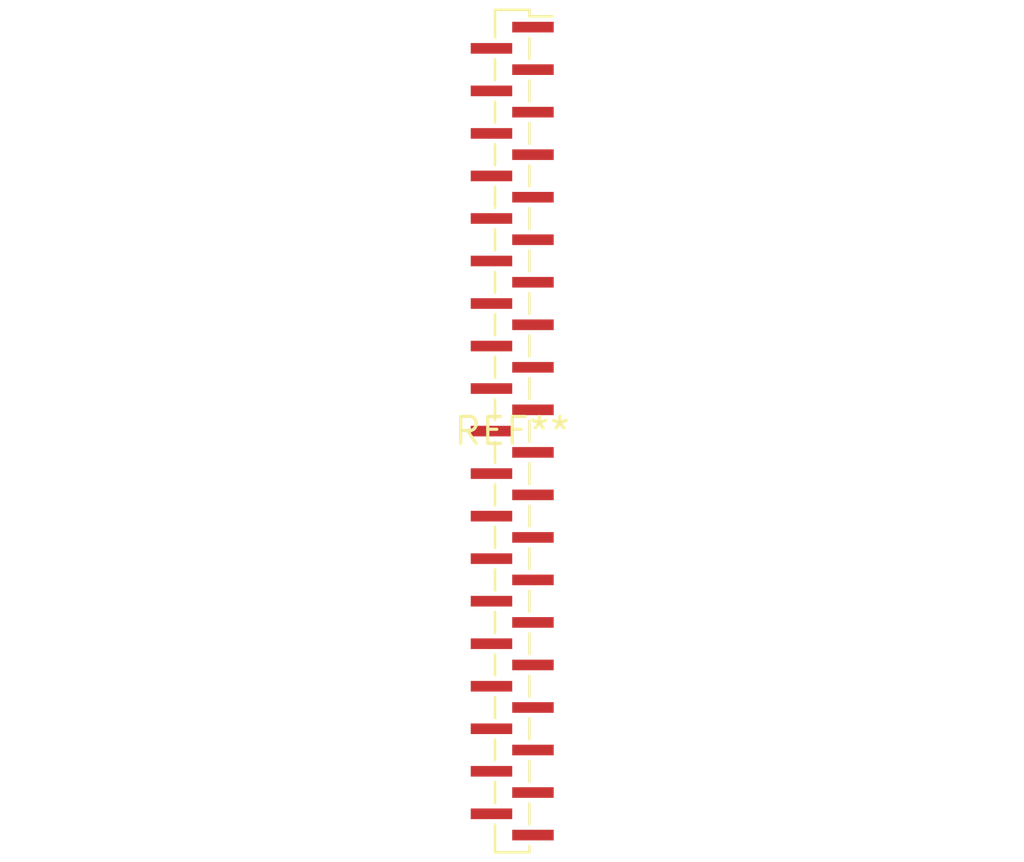
<source format=kicad_pcb>
(kicad_pcb (version 20240108) (generator pcbnew)
  (layers (0 "F.Cu" signal) (31 "B.Cu" signal) (34 "B.Paste" user) (35 "F.Paste" user) (36 "B.SilkS" user "B.Silkscreen") (37 "F.SilkS" user "F.Silkscreen") (38 "B.Mask" user) (39 "F.Mask" user) (44 "Edge.Cuts" user))
  (net 0 "")
  (footprint "PinSocket_1x39_P1.00mm_Vertical_SMD_Pin1Right" (layer "F.Cu") (at 0 0)
    (property "Reference" "REF**")
    (property "Value" "PinSocket_1x39_P1.00mm_Vertical_SMD_Pin1Right")
    (fp_line (start -0.81 -19.81) (end -0.81 -18.51) (layer "F.SilkS") (stroke (width 0.12)))
    (fp_line (start -0.81 -19.81) (end 0.81 -19.81) (layer "F.SilkS") (stroke (width 0.12)))
    (fp_line (start -0.81 -17.49) (end -0.81 -16.51) (layer "F.SilkS") (stroke (width 0.12)))
    (fp_line (start -0.81 -15.49) (end -0.81 -14.51) (layer "F.SilkS") (stroke (width 0.12)))
    (fp_line (start -0.81 -13.49) (end -0.81 -12.51) (layer "F.SilkS") (stroke (width 0.12)))
    (fp_line (start -0.81 -11.49) (end -0.81 -10.51) (layer "F.SilkS") (stroke (width 0.12)))
    (fp_line (start -0.81 -9.49) (end -0.81 -8.51) (layer "F.SilkS") (stroke (width 0.12)))
    (fp_line (start -0.81 -7.49) (end -0.81 -6.51) (layer "F.SilkS") (stroke (width 0.12)))
    (fp_line (start -0.81 -5.49) (end -0.81 -4.51) (layer "F.SilkS") (stroke (width 0.12)))
    (fp_line (start -0.81 -3.49) (end -0.81 -2.51) (layer "F.SilkS") (stroke (width 0.12)))
    (fp_line (start -0.81 -1.49) (end -0.81 -0.51) (layer "F.SilkS") (stroke (width 0.12)))
    (fp_line (start -0.81 0.51) (end -0.81 1.49) (layer "F.SilkS") (stroke (width 0.12)))
    (fp_line (start -0.81 2.51) (end -0.81 3.49) (layer "F.SilkS") (stroke (width 0.12)))
    (fp_line (start -0.81 4.51) (end -0.81 5.49) (layer "F.SilkS") (stroke (width 0.12)))
    (fp_line (start -0.81 6.51) (end -0.81 7.49) (layer "F.SilkS") (stroke (width 0.12)))
    (fp_line (start -0.81 8.51) (end -0.81 9.49) (layer "F.SilkS") (stroke (width 0.12)))
    (fp_line (start -0.81 10.51) (end -0.81 11.49) (layer "F.SilkS") (stroke (width 0.12)))
    (fp_line (start -0.81 12.51) (end -0.81 13.49) (layer "F.SilkS") (stroke (width 0.12)))
    (fp_line (start -0.81 14.51) (end -0.81 15.49) (layer "F.SilkS") (stroke (width 0.12)))
    (fp_line (start -0.81 16.51) (end -0.81 17.49) (layer "F.SilkS") (stroke (width 0.12)))
    (fp_line (start -0.81 18.51) (end -0.81 19.81) (layer "F.SilkS") (stroke (width 0.12)))
    (fp_line (start -0.81 19.81) (end 0.81 19.81) (layer "F.SilkS") (stroke (width 0.12)))
    (fp_line (start 0.81 -19.81) (end 0.81 -19.51) (layer "F.SilkS") (stroke (width 0.12)))
    (fp_line (start 0.81 -19.51) (end 1.89 -19.51) (layer "F.SilkS") (stroke (width 0.12)))
    (fp_line (start 0.81 -18.49) (end 0.81 -17.51) (layer "F.SilkS") (stroke (width 0.12)))
    (fp_line (start 0.81 -16.49) (end 0.81 -15.51) (layer "F.SilkS") (stroke (width 0.12)))
    (fp_line (start 0.81 -14.49) (end 0.81 -13.51) (layer "F.SilkS") (stroke (width 0.12)))
    (fp_line (start 0.81 -12.49) (end 0.81 -11.51) (layer "F.SilkS") (stroke (width 0.12)))
    (fp_line (start 0.81 -10.49) (end 0.81 -9.51) (layer "F.SilkS") (stroke (width 0.12)))
    (fp_line (start 0.81 -8.49) (end 0.81 -7.51) (layer "F.SilkS") (stroke (width 0.12)))
    (fp_line (start 0.81 -6.49) (end 0.81 -5.51) (layer "F.SilkS") (stroke (width 0.12)))
    (fp_line (start 0.81 -4.49) (end 0.81 -3.51) (layer "F.SilkS") (stroke (width 0.12)))
    (fp_line (start 0.81 -2.49) (end 0.81 -1.51) (layer "F.SilkS") (stroke (width 0.12)))
    (fp_line (start 0.81 -0.49) (end 0.81 0.49) (layer "F.SilkS") (stroke (width 0.12)))
    (fp_line (start 0.81 1.51) (end 0.81 2.49) (layer "F.SilkS") (stroke (width 0.12)))
    (fp_line (start 0.81 3.51) (end 0.81 4.49) (layer "F.SilkS") (stroke (width 0.12)))
    (fp_line (start 0.81 5.51) (end 0.81 6.49) (layer "F.SilkS") (stroke (width 0.12)))
    (fp_line (start 0.81 7.51) (end 0.81 8.49) (layer "F.SilkS") (stroke (width 0.12)))
    (fp_line (start 0.81 9.51) (end 0.81 10.49) (layer "F.SilkS") (stroke (width 0.12)))
    (fp_line (start 0.81 11.51) (end 0.81 12.49) (layer "F.SilkS") (stroke (width 0.12)))
    (fp_line (start 0.81 13.51) (end 0.81 14.49) (layer "F.SilkS") (stroke (width 0.12)))
    (fp_line (start 0.81 15.51) (end 0.81 16.49) (layer "F.SilkS") (stroke (width 0.12)))
    (fp_line (start 0.81 17.51) (end 0.81 18.49) (layer "F.SilkS") (stroke (width 0.12)))
    (fp_line (start 0.81 19.51) (end 0.81 19.81) (layer "F.SilkS") (stroke (width 0.12)))
    (pad "1" smd rect (at 0.975 -19) (size 1.95 0.5) (layers "F.Cu" "F.Paste" "F.Mask"))
    (pad "2" smd rect (at -0.975 -18) (size 1.95 0.5) (layers "F.Cu" "F.Paste" "F.Mask"))
    (pad "3" smd rect (at 0.975 -17) (size 1.95 0.5) (layers "F.Cu" "F.Paste" "F.Mask"))
    (pad "4" smd rect (at -0.975 -16) (size 1.95 0.5) (layers "F.Cu" "F.Paste" "F.Mask"))
    (pad "5" smd rect (at 0.975 -15) (size 1.95 0.5) (layers "F.Cu" "F.Paste" "F.Mask"))
    (pad "6" smd rect (at -0.975 -14) (size 1.95 0.5) (layers "F.Cu" "F.Paste" "F.Mask"))
    (pad "7" smd rect (at 0.975 -13) (size 1.95 0.5) (layers "F.Cu" "F.Paste" "F.Mask"))
    (pad "8" smd rect (at -0.975 -12) (size 1.95 0.5) (layers "F.Cu" "F.Paste" "F.Mask"))
    (pad "9" smd rect (at 0.975 -11) (size 1.95 0.5) (layers "F.Cu" "F.Paste" "F.Mask"))
    (pad "10" smd rect (at -0.975 -10) (size 1.95 0.5) (layers "F.Cu" "F.Paste" "F.Mask"))
    (pad "11" smd rect (at 0.975 -9) (size 1.95 0.5) (layers "F.Cu" "F.Paste" "F.Mask"))
    (pad "12" smd rect (at -0.975 -8) (size 1.95 0.5) (layers "F.Cu" "F.Paste" "F.Mask"))
    (pad "13" smd rect (at 0.975 -7) (size 1.95 0.5) (layers "F.Cu" "F.Paste" "F.Mask"))
    (pad "14" smd rect (at -0.975 -6) (size 1.95 0.5) (layers "F.Cu" "F.Paste" "F.Mask"))
    (pad "15" smd rect (at 0.975 -5) (size 1.95 0.5) (layers "F.Cu" "F.Paste" "F.Mask"))
    (pad "16" smd rect (at -0.975 -4) (size 1.95 0.5) (layers "F.Cu" "F.Paste" "F.Mask"))
    (pad "17" smd rect (at 0.975 -3) (size 1.95 0.5) (layers "F.Cu" "F.Paste" "F.Mask"))
    (pad "18" smd rect (at -0.975 -2) (size 1.95 0.5) (layers "F.Cu" "F.Paste" "F.Mask"))
    (pad "19" smd rect (at 0.975 -1) (size 1.95 0.5) (layers "F.Cu" "F.Paste" "F.Mask"))
    (pad "20" smd rect (at -0.975 0) (size 1.95 0.5) (layers "F.Cu" "F.Paste" "F.Mask"))
    (pad "21" smd rect (at 0.975 1) (size 1.95 0.5) (layers "F.Cu" "F.Paste" "F.Mask"))
    (pad "22" smd rect (at -0.975 2) (size 1.95 0.5) (layers "F.Cu" "F.Paste" "F.Mask"))
    (pad "23" smd rect (at 0.975 3) (size 1.95 0.5) (layers "F.Cu" "F.Paste" "F.Mask"))
    (pad "24" smd rect (at -0.975 4) (size 1.95 0.5) (layers "F.Cu" "F.Paste" "F.Mask"))
    (pad "25" smd rect (at 0.975 5) (size 1.95 0.5) (layers "F.Cu" "F.Paste" "F.Mask"))
    (pad "26" smd rect (at -0.975 6) (size 1.95 0.5) (layers "F.Cu" "F.Paste" "F.Mask"))
    (pad "27" smd rect (at 0.975 7) (size 1.95 0.5) (layers "F.Cu" "F.Paste" "F.Mask"))
    (pad "28" smd rect (at -0.975 8) (size 1.95 0.5) (layers "F.Cu" "F.Paste" "F.Mask"))
    (pad "29" smd rect (at 0.975 9) (size 1.95 0.5) (layers "F.Cu" "F.Paste" "F.Mask"))
    (pad "30" smd rect (at -0.975 10) (size 1.95 0.5) (layers "F.Cu" "F.Paste" "F.Mask"))
    (pad "31" smd rect (at 0.975 11) (size 1.95 0.5) (layers "F.Cu" "F.Paste" "F.Mask"))
    (pad "32" smd rect (at -0.975 12) (size 1.95 0.5) (layers "F.Cu" "F.Paste" "F.Mask"))
    (pad "33" smd rect (at 0.975 13) (size 1.95 0.5) (layers "F.Cu" "F.Paste" "F.Mask"))
    (pad "34" smd rect (at -0.975 14) (size 1.95 0.5) (layers "F.Cu" "F.Paste" "F.Mask"))
    (pad "35" smd rect (at 0.975 15) (size 1.95 0.5) (layers "F.Cu" "F.Paste" "F.Mask"))
    (pad "36" smd rect (at -0.975 16) (size 1.95 0.5) (layers "F.Cu" "F.Paste" "F.Mask"))
    (pad "37" smd rect (at 0.975 17) (size 1.95 0.5) (layers "F.Cu" "F.Paste" "F.Mask"))
    (pad "38" smd rect (at -0.975 18) (size 1.95 0.5) (layers "F.Cu" "F.Paste" "F.Mask"))
    (pad "39" smd rect (at 0.975 19) (size 1.95 0.5) (layers "F.Cu" "F.Paste" "F.Mask"))
  )
)
</source>
